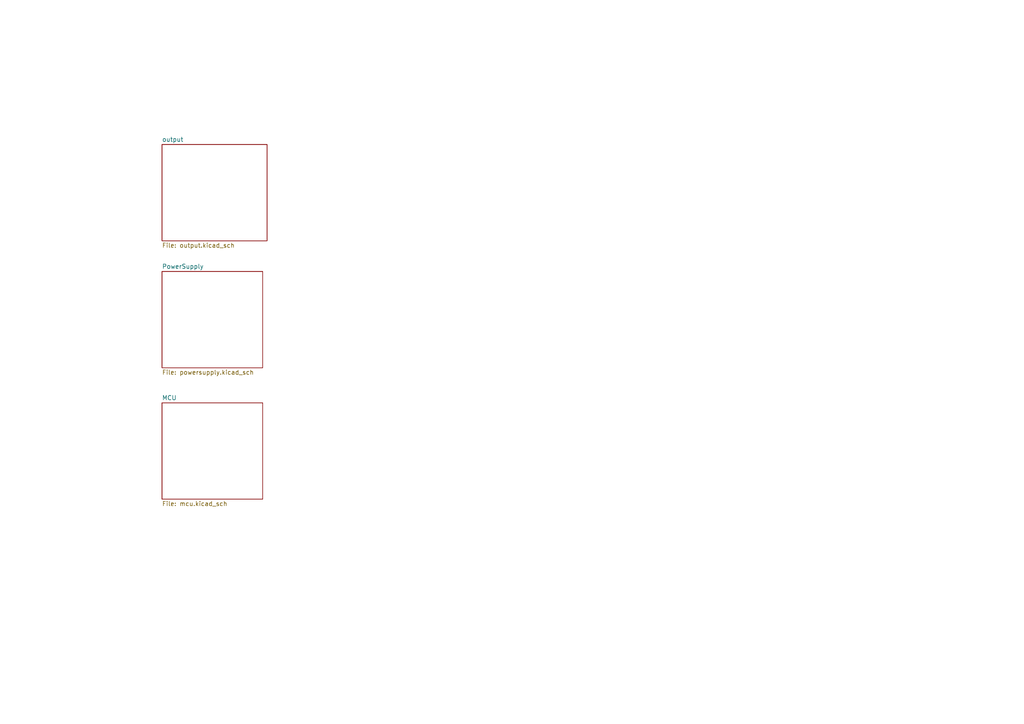
<source format=kicad_sch>
(kicad_sch
	(version 20231120)
	(generator "eeschema")
	(generator_version "8.0")
	(uuid "fbe443d6-6d74-4abc-9dee-16e0160553bc")
	(paper "A4")
	(title_block
		(title "GD32 5pin Level Shifter")
	)
	(lib_symbols)
	(sheet
		(at 46.99 78.74)
		(size 29.21 27.94)
		(fields_autoplaced yes)
		(stroke
			(width 0.1524)
			(type solid)
		)
		(fill
			(color 0 0 0 0.0000)
		)
		(uuid "3e3374ff-17d6-414d-9a63-96aa322d3dc0")
		(property "Sheetname" "PowerSupply"
			(at 46.99 78.0284 0)
			(effects
				(font
					(size 1.27 1.27)
				)
				(justify left bottom)
			)
		)
		(property "Sheetfile" "powersupply.kicad_sch"
			(at 46.99 107.2646 0)
			(effects
				(font
					(size 1.27 1.27)
				)
				(justify left top)
			)
		)
		(instances
			(project "gd32f303_revG"
				(path "/fbe443d6-6d74-4abc-9dee-16e0160553bc"
					(page "2")
				)
			)
		)
	)
	(sheet
		(at 46.99 116.84)
		(size 29.21 27.94)
		(fields_autoplaced yes)
		(stroke
			(width 0.1524)
			(type solid)
		)
		(fill
			(color 0 0 0 0.0000)
		)
		(uuid "860eb7d0-1eba-4c3d-ac2c-5a3607b90fb5")
		(property "Sheetname" "MCU"
			(at 46.99 116.1284 0)
			(effects
				(font
					(size 1.27 1.27)
				)
				(justify left bottom)
			)
		)
		(property "Sheetfile" "mcu.kicad_sch"
			(at 46.99 145.3646 0)
			(effects
				(font
					(size 1.27 1.27)
				)
				(justify left top)
			)
		)
		(instances
			(project "gd32f303_revG"
				(path "/fbe443d6-6d74-4abc-9dee-16e0160553bc"
					(page "4")
				)
			)
		)
	)
	(sheet
		(at 46.99 41.91)
		(size 30.48 27.94)
		(fields_autoplaced yes)
		(stroke
			(width 0.1524)
			(type solid)
		)
		(fill
			(color 0 0 0 0.0000)
		)
		(uuid "d69ade2a-4297-4849-b967-fee3fb9a9870")
		(property "Sheetname" "output"
			(at 46.99 41.1984 0)
			(effects
				(font
					(size 1.27 1.27)
				)
				(justify left bottom)
			)
		)
		(property "Sheetfile" "output.kicad_sch"
			(at 46.99 70.4346 0)
			(effects
				(font
					(size 1.27 1.27)
				)
				(justify left top)
			)
		)
		(instances
			(project "gd32f303_revG"
				(path "/fbe443d6-6d74-4abc-9dee-16e0160553bc"
					(page "3")
				)
			)
		)
	)
	(sheet_instances
		(path "/"
			(page "1")
		)
	)
)

</source>
